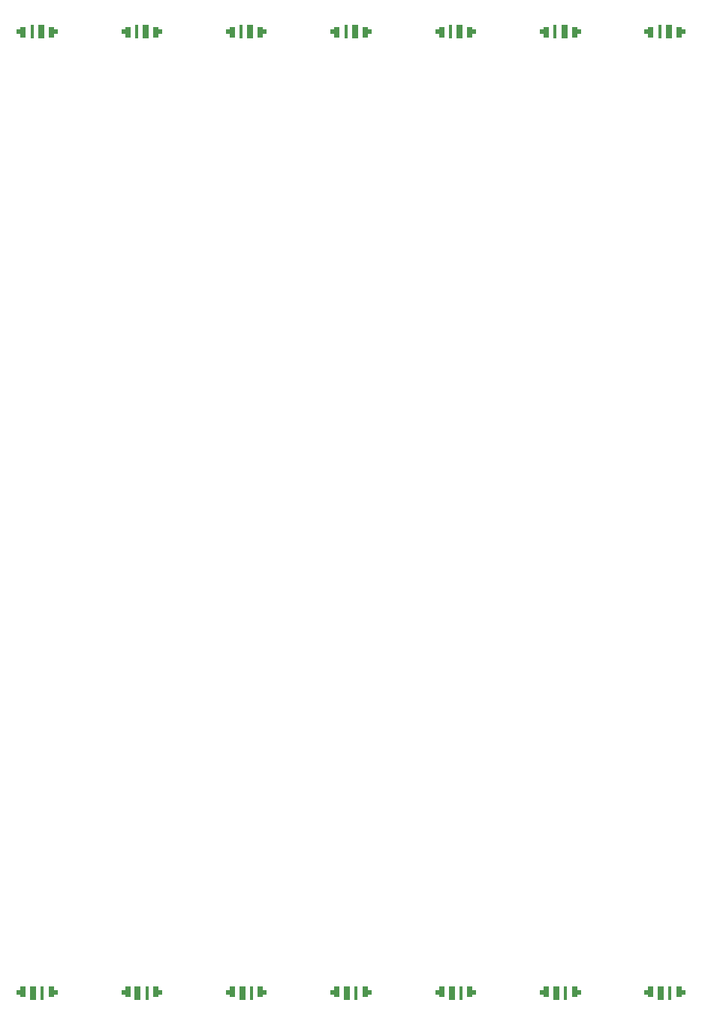
<source format=gbp>
G04 #@! TF.GenerationSoftware,KiCad,Pcbnew,(6.0.10)*
G04 #@! TF.CreationDate,2023-07-31T20:15:45+01:00*
G04 #@! TF.ProjectId,magnetonetouchpad,6d61676e-6574-46f6-9e65-746f75636870,rev?*
G04 #@! TF.SameCoordinates,Original*
G04 #@! TF.FileFunction,Paste,Bot*
G04 #@! TF.FilePolarity,Positive*
%FSLAX46Y46*%
G04 Gerber Fmt 4.6, Leading zero omitted, Abs format (unit mm)*
G04 Created by KiCad (PCBNEW (6.0.10)) date 2023-07-31 20:15:45*
%MOMM*%
%LPD*%
G01*
G04 APERTURE LIST*
G04 Aperture macros list*
%AMFreePoly0*
4,1,9,0.500000,-0.600000,-0.050000,-0.600000,-0.050000,-0.350000,-0.500000,-0.350000,-0.500000,0.200000,-0.050000,0.200000,-0.050000,0.600000,0.500000,0.600000,0.500000,-0.600000,0.500000,-0.600000,$1*%
%AMFreePoly1*
4,1,9,0.050000,0.200000,0.500000,0.200000,0.500000,-0.350000,0.050000,-0.350000,0.050000,-0.600000,-0.500000,-0.600000,-0.500000,0.600000,0.050000,0.600000,0.050000,0.200000,0.050000,0.200000,$1*%
G04 Aperture macros list end*
%ADD10FreePoly0,180.000000*%
%ADD11R,0.700000X1.487500*%
%ADD12R,0.450000X1.487500*%
%ADD13FreePoly1,180.000000*%
%ADD14FreePoly0,0.000000*%
%ADD15FreePoly1,0.000000*%
G04 APERTURE END LIST*
D10*
X103737686Y-43985874D03*
D11*
X102387686Y-43817124D03*
D12*
X101362686Y-43817124D03*
D13*
X100137686Y-43960874D03*
D14*
X100137686Y-151960874D03*
D11*
X101487686Y-152129624D03*
D12*
X102512686Y-152129624D03*
D15*
X103737686Y-151985874D03*
D10*
X174537686Y-43985874D03*
D11*
X173187686Y-43817124D03*
D12*
X172162686Y-43817124D03*
D13*
X170937686Y-43960874D03*
D14*
X111937686Y-151960874D03*
D11*
X113287686Y-152129624D03*
D12*
X114312686Y-152129624D03*
D15*
X115537686Y-151985874D03*
D10*
X127337686Y-43985874D03*
D11*
X125987686Y-43817124D03*
D12*
X124962686Y-43817124D03*
D13*
X123737686Y-43960874D03*
D14*
X135537686Y-151960874D03*
D11*
X136887686Y-152129624D03*
D12*
X137912686Y-152129624D03*
D15*
X139137686Y-151985874D03*
D10*
X139137686Y-43985874D03*
D11*
X137787686Y-43817124D03*
D12*
X136762686Y-43817124D03*
D13*
X135537686Y-43960874D03*
D10*
X150937686Y-43985874D03*
D11*
X149587686Y-43817124D03*
D12*
X148562686Y-43817124D03*
D13*
X147337686Y-43960874D03*
D14*
X123737686Y-151960874D03*
D11*
X125087686Y-152129624D03*
D12*
X126112686Y-152129624D03*
D15*
X127337686Y-151985874D03*
D14*
X170937686Y-151960874D03*
D11*
X172287686Y-152129624D03*
D12*
X173312686Y-152129624D03*
D15*
X174537686Y-151985874D03*
D10*
X162737686Y-43985874D03*
D11*
X161387686Y-43817124D03*
D12*
X160362686Y-43817124D03*
D13*
X159137686Y-43960874D03*
D10*
X115537686Y-43985874D03*
D11*
X114187686Y-43817124D03*
D12*
X113162686Y-43817124D03*
D13*
X111937686Y-43960874D03*
D14*
X147337686Y-151960874D03*
D11*
X148687686Y-152129624D03*
D12*
X149712686Y-152129624D03*
D15*
X150937686Y-151985874D03*
D14*
X159137686Y-151960874D03*
D11*
X160487686Y-152129624D03*
D12*
X161512686Y-152129624D03*
D15*
X162737686Y-151985874D03*
M02*

</source>
